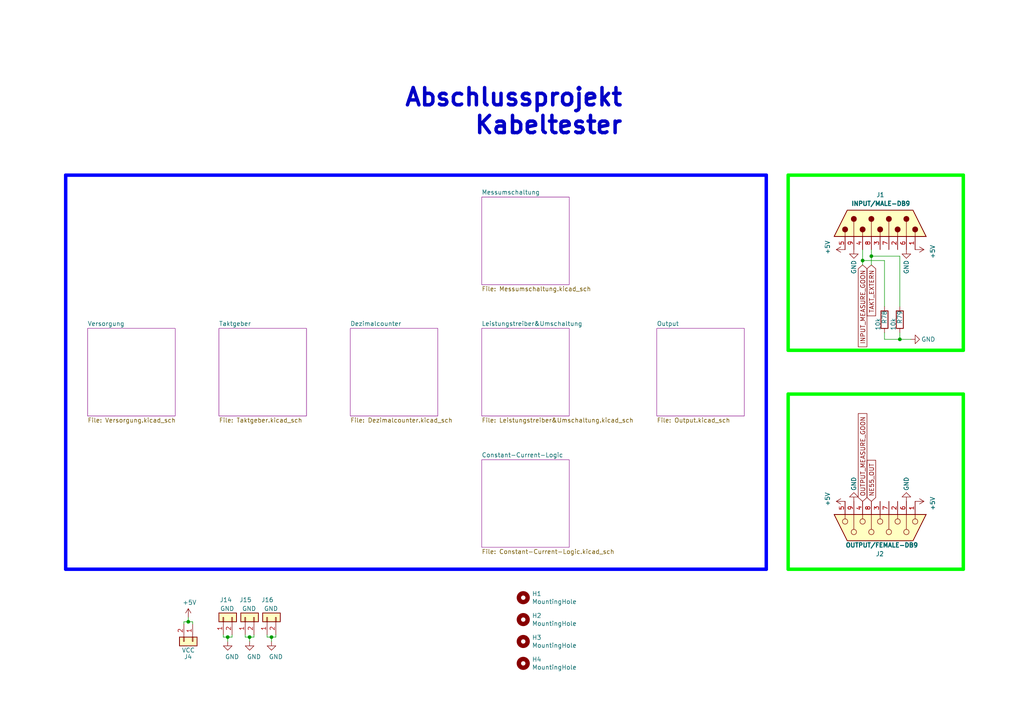
<source format=kicad_sch>
(kicad_sch (version 20210126) (generator eeschema)
  (paper "A4")
  (title_block (title "Kabeltester") (date "2021-04-12") (company "BMK Group") (comment 1 "Erstellt: Maximilian Hoffmann") (comment 2 "Geprüft: Robert Schulz"))
  (lib_symbols
    (symbol "Connector:DB9_Female" (pin_names (offset 1.016) hide)
      (property "Reference" "J" (at 0 13.97 0))
      (property "Value" "DB9_Female" (at 0 -14.605 0))
      (symbol "DB9_Female_0_1"
        (circle (center -1.778 -10.16) (radius 0.762))
        (circle (center -1.778 -5.08) (radius 0.762))
        (circle (center -1.778 0) (radius 0.762))
        (circle (center -1.778 5.08) (radius 0.762))
        (circle (center -1.778 10.16) (radius 0.762))
        (circle (center 1.27 -7.62) (radius 0.762))
        (circle (center 1.27 -2.54) (radius 0.762))
        (circle (center 1.27 2.54) (radius 0.762))
        (circle (center 1.27 7.62) (radius 0.762))
        (polyline (pts (xy -3.81 -10.16) (xy -2.54 -10.16)))
        (polyline (pts (xy -3.81 -7.62) (xy 0.508 -7.62)))
        (polyline (pts (xy -3.81 -5.08) (xy -2.54 -5.08)))
        (polyline (pts (xy -3.81 -2.54) (xy 0.508 -2.54)))
        (polyline (pts (xy -3.81 0) (xy -2.54 0)))
        (polyline (pts (xy -3.81 2.54) (xy 0.508 2.54)))
        (polyline (pts (xy -3.81 5.08) (xy -2.54 5.08)))
        (polyline (pts (xy -3.81 7.62) (xy 0.508 7.62)))
        (polyline (pts (xy -3.81 10.16) (xy -2.54 10.16)))
        (polyline (pts (xy -3.81 13.335) (xy -3.81 -13.335) (xy 3.81 -9.525) (xy 3.81 9.525) (xy -3.81 13.335)) (stroke (width 0.254)) (fill (type background)))
      )
      (symbol "DB9_Female_1_1"
        (pin passive line (at -7.62 10.16 0) (length 3.81) (name "1") (number "1"))
        (pin passive line (at -7.62 5.08 0) (length 3.81) (name "2") (number "2"))
        (pin passive line (at -7.62 0 0) (length 3.81) (name "3") (number "3"))
        (pin passive line (at -7.62 -5.08 0) (length 3.81) (name "4") (number "4"))
        (pin passive line (at -7.62 -10.16 0) (length 3.81) (name "5") (number "5"))
        (pin passive line (at -7.62 7.62 0) (length 3.81) (name "6") (number "6"))
        (pin passive line (at -7.62 2.54 0) (length 3.81) (name "7") (number "7"))
        (pin passive line (at -7.62 -2.54 0) (length 3.81) (name "8") (number "8"))
        (pin passive line (at -7.62 -7.62 0) (length 3.81) (name "9") (number "9"))
      )
    )
    (symbol "Connector:DB9_Male" (pin_names (offset 1.016) hide)
      (property "Reference" "J" (at 0 13.97 0))
      (property "Value" "DB9_Male" (at 0 -14.605 0))
      (symbol "DB9_Male_0_1"
        (circle (center -1.778 -10.16) (radius 0.762) (fill (type outline)))
        (circle (center -1.778 -5.08) (radius 0.762) (fill (type outline)))
        (circle (center -1.778 0) (radius 0.762) (fill (type outline)))
        (circle (center -1.778 5.08) (radius 0.762) (fill (type outline)))
        (circle (center -1.778 10.16) (radius 0.762) (fill (type outline)))
        (circle (center 1.27 -7.62) (radius 0.762) (fill (type outline)))
        (circle (center 1.27 -2.54) (radius 0.762) (fill (type outline)))
        (circle (center 1.27 2.54) (radius 0.762) (fill (type outline)))
        (circle (center 1.27 7.62) (radius 0.762) (fill (type outline)))
        (polyline (pts (xy -3.81 -10.16) (xy -2.54 -10.16)))
        (polyline (pts (xy -3.81 -7.62) (xy 0.508 -7.62)))
        (polyline (pts (xy -3.81 -5.08) (xy -2.54 -5.08)))
        (polyline (pts (xy -3.81 -2.54) (xy 0.508 -2.54)))
        (polyline (pts (xy -3.81 0) (xy -2.54 0)))
        (polyline (pts (xy -3.81 2.54) (xy 0.508 2.54)))
        (polyline (pts (xy -3.81 5.08) (xy -2.54 5.08)))
        (polyline (pts (xy -3.81 7.62) (xy 0.508 7.62)))
        (polyline (pts (xy -3.81 10.16) (xy -2.54 10.16)))
        (polyline (pts (xy -3.81 -13.335) (xy -3.81 13.335) (xy 3.81 9.525) (xy 3.81 -9.525) (xy -3.81 -13.335)) (stroke (width 0.254)) (fill (type background)))
      )
      (symbol "DB9_Male_1_1"
        (pin passive line (at -7.62 -10.16 0) (length 3.81) (name "1") (number "1"))
        (pin passive line (at -7.62 -5.08 0) (length 3.81) (name "2") (number "2"))
        (pin passive line (at -7.62 0 0) (length 3.81) (name "3") (number "3"))
        (pin passive line (at -7.62 5.08 0) (length 3.81) (name "4") (number "4"))
        (pin passive line (at -7.62 10.16 0) (length 3.81) (name "5") (number "5"))
        (pin passive line (at -7.62 -7.62 0) (length 3.81) (name "6") (number "6"))
        (pin passive line (at -7.62 -2.54 0) (length 3.81) (name "7") (number "7"))
        (pin passive line (at -7.62 2.54 0) (length 3.81) (name "8") (number "8"))
        (pin passive line (at -7.62 7.62 0) (length 3.81) (name "9") (number "9"))
      )
    )
    (symbol "Connector_Generic:Conn_01x02" (pin_names (offset 1.016) hide)
      (property "Reference" "J" (at 0 2.54 0))
      (property "Value" "Conn_01x02" (at 0 -5.08 0))
      (symbol "Conn_01x02_1_1"
        (rectangle (start -1.27 -2.413) (end 0 -2.667) (stroke (width 0.1524)))
        (rectangle (start -1.27 0.127) (end 0 -0.127) (stroke (width 0.1524)))
        (rectangle (start -1.27 1.27) (end 1.27 -3.81) (stroke (width 0.254)) (fill (type background)))
        (pin passive line (at -5.08 0 0) (length 3.81) (name "Pin_1") (number "1"))
        (pin passive line (at -5.08 -2.54 0) (length 3.81) (name "Pin_2") (number "2"))
      )
    )
    (symbol "Device:R_1" (pin_numbers hide) (pin_names (offset 0))
      (property "Reference" "R" (at 2.032 0 90))
      (property "Value" "R" (at 0 0 90))
      (symbol "R_1_0_1"
        (rectangle (start -1.016 -2.54) (end 1.016 2.54) (stroke (width 0.254)))
      )
      (symbol "R_1_1_1"
        (pin passive line (at 0 3.81 270) (length 1.27) (name "~") (number "1"))
        (pin passive line (at 0 -3.81 90) (length 1.27) (name "~") (number "2"))
      )
    )
    (symbol "Device:R_8" (pin_numbers hide) (pin_names (offset 0))
      (property "Reference" "R" (at 2.032 0 90))
      (property "Value" "R" (at 0 0 90))
      (symbol "R_8_0_1"
        (rectangle (start -1.016 -2.54) (end 1.016 2.54) (stroke (width 0.254)))
      )
      (symbol "R_8_1_1"
        (pin passive line (at 0 3.81 270) (length 1.27) (name "~") (number "1"))
        (pin passive line (at 0 -3.81 90) (length 1.27) (name "~") (number "2"))
      )
    )
    (symbol "Mechanical:MountingHole" (pin_names (offset 1.016))
      (property "Reference" "H" (at 0 5.08 0))
      (property "Value" "MountingHole" (at 0 3.175 0))
      (symbol "MountingHole_0_1"
        (circle (center 0 0) (radius 1.27) (stroke (width 1.27)))
      )
    )
    (symbol "power:+5V" (power) (pin_names (offset 0))
      (property "Value" "+5V" (at 0 3.556 0))
      (symbol "+5V_0_1"
        (polyline (pts (xy -0.762 1.27) (xy 0 2.54)))
        (polyline (pts (xy 0 0) (xy 0 2.54)))
        (polyline (pts (xy 0 2.54) (xy 0.762 1.27)))
      )
      (symbol "+5V_1_1"
        (pin power_in line (at 0 0 90) (length 0) hide (name "+5V") (number "1"))
      )
    )
    (symbol "power:GND" (power) (pin_names (offset 0))
      (property "Value" "GND" (at 0 -3.81 0))
      (symbol "GND_0_1"
        (polyline (pts (xy 0 0) (xy 0 -1.27) (xy 1.27 -1.27) (xy 0 -2.54) (xy -1.27 -1.27) (xy 0 -1.27)))
      )
      (symbol "GND_1_1"
        (pin power_in line (at 0 0 270) (length 0) hide (name "GND") (number "1"))
      )
    )
  )
  (junction (at 54.61 180.34) (diameter 0.9144))
  (junction (at 66.04 184.785) (diameter 0.9144))
  (junction (at 72.39 184.785) (diameter 0.9144))
  (junction (at 78.74 184.785) (diameter 0.9144))
  (junction (at 250.19 75.565) (diameter 0.9144))
  (junction (at 252.73 74.295) (diameter 0.9144))
  (junction (at 260.985 98.425) (diameter 0.9144))
  (wire (pts (xy 53.34 180.34) (xy 54.61 180.34)))
  (wire (pts (xy 53.34 180.975) (xy 53.34 180.34)))
  (wire (pts (xy 54.61 179.07) (xy 54.61 180.34)))
  (wire (pts (xy 54.61 180.34) (xy 55.88 180.34)))
  (wire (pts (xy 55.88 180.975) (xy 55.88 180.34)))
  (wire (pts (xy 64.77 184.15) (xy 64.77 184.785)))
  (wire (pts (xy 64.77 184.785) (xy 66.04 184.785)))
  (wire (pts (xy 66.04 184.785) (xy 66.04 186.055)))
  (wire (pts (xy 66.04 184.785) (xy 67.31 184.785)))
  (wire (pts (xy 67.31 184.785) (xy 67.31 184.15)))
  (wire (pts (xy 71.12 184.15) (xy 71.12 184.785)))
  (wire (pts (xy 71.12 184.785) (xy 72.39 184.785)))
  (wire (pts (xy 72.39 184.785) (xy 72.39 186.055)))
  (wire (pts (xy 72.39 184.785) (xy 73.66 184.785)))
  (wire (pts (xy 73.66 184.15) (xy 73.66 184.785)))
  (wire (pts (xy 77.47 184.15) (xy 77.47 184.785)))
  (wire (pts (xy 77.47 184.785) (xy 78.74 184.785)))
  (wire (pts (xy 78.74 184.785) (xy 78.74 186.055)))
  (wire (pts (xy 78.74 184.785) (xy 80.01 184.785)))
  (wire (pts (xy 80.01 184.15) (xy 80.01 184.785)))
  (wire (pts (xy 250.19 72.39) (xy 250.19 75.565)))
  (wire (pts (xy 250.19 75.565) (xy 250.19 76.835)))
  (wire (pts (xy 252.73 72.39) (xy 252.73 74.295)))
  (wire (pts (xy 252.73 74.295) (xy 252.73 76.835)))
  (wire (pts (xy 256.54 75.565) (xy 250.19 75.565)))
  (wire (pts (xy 256.54 88.9) (xy 256.54 75.565)))
  (wire (pts (xy 256.54 96.52) (xy 256.54 98.425)))
  (wire (pts (xy 256.54 98.425) (xy 260.985 98.425)))
  (wire (pts (xy 260.985 74.295) (xy 252.73 74.295)))
  (wire (pts (xy 260.985 88.9) (xy 260.985 74.295)))
  (wire (pts (xy 260.985 96.52) (xy 260.985 98.425)))
  (wire (pts (xy 260.985 98.425) (xy 264.16 98.425)))
  (polyline (pts (xy 19.05 50.8) (xy 19.05 165.1)) (stroke (width 1) (type solid) (color 0 0 255 1)))
  (polyline (pts (xy 19.05 50.8) (xy 222.25 50.8)) (stroke (width 1) (type solid) (color 0 0 255 1)))
  (polyline (pts (xy 222.25 50.8) (xy 222.25 165.1)) (stroke (width 1) (type solid) (color 0 0 255 1)))
  (polyline (pts (xy 222.25 165.1) (xy 19.05 165.1)) (stroke (width 1) (type solid) (color 0 0 255 1)))
  (polyline (pts (xy 228.6 50.8) (xy 228.6 101.6)) (stroke (width 1) (type solid) (color 0 255 0 1)))
  (polyline (pts (xy 228.6 50.8) (xy 279.4 50.8)) (stroke (width 1) (type solid) (color 0 255 0 1)))
  (polyline (pts (xy 228.6 114.3) (xy 228.6 165.1)) (stroke (width 1) (type solid) (color 0 255 0 1)))
  (polyline (pts (xy 228.6 114.3) (xy 279.4 114.3)) (stroke (width 1) (type solid) (color 0 255 0 1)))
  (polyline (pts (xy 279.4 50.8) (xy 279.4 101.6)) (stroke (width 1) (type solid) (color 0 255 0 1)))
  (polyline (pts (xy 279.4 101.6) (xy 228.6 101.6)) (stroke (width 1) (type solid) (color 0 255 0 1)))
  (polyline (pts (xy 279.4 114.3) (xy 279.4 165.1)) (stroke (width 1) (type solid) (color 0 255 0 1)))
  (polyline (pts (xy 279.4 165.1) (xy 228.6 165.1)) (stroke (width 1) (type solid) (color 0 255 0 1)))
  (text "Abschlussprojekt\n    Kabeltester" (at 180.975 39.37 180) (effects (font (size 5 5) (thickness 1) bold) (justify right bottom)))
  (global_label "INPUT_MEASURE_GOON" (shape input) (at 250.19 76.835 270) (property "Intersheet References" "${INTERSHEET_REFS}" (effects hide)))
  (global_label "OUTPUT_MEASURE_GOON" (shape input) (at 250.19 145.415 90) (property "Intersheet References" "${INTERSHEET_REFS}" (effects hide)))
  (global_label "TAKT_EXTERN" (shape input) (at 252.73 76.835 270) (property "Intersheet References" "${INTERSHEET_REFS}" (effects hide)))
  (global_label "NE55_OUT" (shape input) (at 252.73 145.415 90) (property "Intersheet References" "${INTERSHEET_REFS}" (effects hide)))
  (symbol (lib_id "power:+5V") (at 54.61 179.07 0) (unit 1)
    (property "Reference" "#PWR0102" (effects hide))
    (property "Value" "+5V" (at 54.9783 174.7456 0))
  )
  (symbol (lib_id "power:+5V") (at 245.11 72.39 90) (unit 1)
    (property "Reference" "#PWR015" (effects hide))
    (property "Value" "+5V" (at 240.03 71.755 0))
  )
  (symbol (lib_id "power:+5V") (at 245.11 145.415 90) (unit 1)
    (property "Reference" "#PWR016" (effects hide))
    (property "Value" "+5V" (at 240.03 144.78 0))
  )
  (symbol (lib_id "power:+5V") (at 265.43 72.39 270) (unit 1)
    (property "Reference" "#PWR021" (effects hide))
    (property "Value" "+5V" (at 270.51 73.025 0))
  )
  (symbol (lib_id "power:+5V") (at 265.43 145.415 270) (unit 1)
    (property "Reference" "#PWR022" (effects hide))
    (property "Value" "+5V" (at 270.51 146.05 0))
  )
  (symbol (lib_id "power:GND") (at 66.04 186.055 0) (unit 1)
    (property "Reference" "#PWR0101" (effects hide))
    (property "Value" "GND" (at 67.31 190.5 0))
  )
  (symbol (lib_id "power:GND") (at 72.39 186.055 0) (unit 1)
    (property "Reference" "#PWR0103" (effects hide))
    (property "Value" "GND" (at 73.66 190.5 0))
  )
  (symbol (lib_id "power:GND") (at 78.74 186.055 0) (unit 1)
    (property "Reference" "#PWR0104" (effects hide))
    (property "Value" "GND" (at 80.01 190.5 0))
  )
  (symbol (lib_id "power:GND") (at 247.65 72.39 0) (unit 1)
    (property "Reference" "#PWR017" (effects hide))
    (property "Value" "GND" (at 247.65 77.47 90))
  )
  (symbol (lib_id "power:GND") (at 247.65 145.415 180) (unit 1)
    (property "Reference" "#PWR018" (effects hide))
    (property "Value" "GND" (at 247.65 140.335 90))
  )
  (symbol (lib_id "power:GND") (at 262.89 72.39 0) (unit 1)
    (property "Reference" "#PWR019" (effects hide))
    (property "Value" "GND" (at 262.89 77.47 90))
  )
  (symbol (lib_id "power:GND") (at 262.89 145.415 180) (unit 1)
    (property "Reference" "#PWR020" (effects hide))
    (property "Value" "GND" (at 262.89 140.335 90))
  )
  (symbol (lib_id "power:GND") (at 264.16 98.425 90) (unit 1)
    (property "Reference" "#PWR07" (effects hide))
    (property "Value" "GND" (at 269.24 98.425 90))
  )
  (symbol (lib_id "Mechanical:MountingHole") (at 151.765 173.355 0) (unit 1)
    (property "Reference" "H1" (at 154.3051 172.2056 0) (effects (justify left)))
    (property "Value" "MountingHole" (at 154.3051 174.5043 0) (effects (justify left)))
    (property "Footprint" "MountingHole:MountingHole_3.2mm_M3_Pad_Via" (effects hide))
    (property "BMK-Nr" "-" (effects hide))
  )
  (symbol (lib_id "Mechanical:MountingHole") (at 151.765 179.705 0) (unit 1)
    (property "Reference" "H2" (at 154.3051 178.5556 0) (effects (justify left)))
    (property "Value" "MountingHole" (at 154.3051 180.8543 0) (effects (justify left)))
    (property "Footprint" "MountingHole:MountingHole_3.2mm_M3_Pad_Via" (effects hide))
    (property "BMK-Nr" "-" (effects hide))
  )
  (symbol (lib_id "Mechanical:MountingHole") (at 151.765 186.055 0) (unit 1)
    (property "Reference" "H3" (at 154.3051 184.9056 0) (effects (justify left)))
    (property "Value" "MountingHole" (at 154.3051 187.2043 0) (effects (justify left)))
    (property "Footprint" "MountingHole:MountingHole_3.2mm_M3_Pad_Via" (effects hide))
    (property "BMK-Nr" "-" (effects hide))
  )
  (symbol (lib_id "Mechanical:MountingHole") (at 151.765 192.405 0) (unit 1)
    (property "Reference" "H4" (at 154.3051 191.2556 0) (effects (justify left)))
    (property "Value" "MountingHole" (at 154.3051 193.5543 0) (effects (justify left)))
    (property "Footprint" "MountingHole:MountingHole_3.2mm_M3_Pad_Via" (effects hide))
    (property "BMK-Nr" "-" (effects hide))
  )
  (symbol (lib_name "Device:R_1") (lib_id "Device:R") (at 256.54 92.71 0) (unit 1)
    (property "Reference" "R78" (at 256.54 93.98 90) (effects (justify left)))
    (property "Value" "10k" (at 254.635 95.885 90) (effects (justify left)))
    (property "Footprint" "Resistor_SMD:R_0603_1608Metric_Pad0.98x0.95mm_HandSolder" (effects hide))
    (property "BMK-Nr" "BS" (effects hide))
    (property "Mouser" "-" (effects hide))
  )
  (symbol (lib_name "Device:R_8") (lib_id "Device:R") (at 260.985 92.71 0) (unit 1)
    (property "Reference" "R79" (at 260.985 93.98 90) (effects (justify left)))
    (property "Value" "10k" (at 259.08 95.885 90) (effects (justify left)))
    (property "Footprint" "Resistor_SMD:R_0603_1608Metric_Pad0.98x0.95mm_HandSolder" (effects hide))
    (property "BMK-Nr" "BS" (effects hide))
    (property "Mouser" "-" (effects hide))
  )
  (symbol (lib_id "Connector_Generic:Conn_01x02") (at 55.88 186.055 270) (unit 1)
    (property "Reference" "J4" (at 53.34 190.5 90) (effects (justify left)))
    (property "Value" "VCC" (at 52.705 188.595 90) (effects (justify left)))
    (property "Footprint" "Connector_PinHeader_2.54mm:PinHeader_1x02_P2.54mm_Vertical" (effects hide))
  )
  (symbol (lib_id "Connector_Generic:Conn_01x02") (at 64.77 179.07 90) (unit 1)
    (property "Reference" "J14" (at 67.31 173.99 90) (effects (justify left)))
    (property "Value" "GND" (at 67.945 176.53 90) (effects (justify left)))
    (property "Footprint" "Connector_PinHeader_2.54mm:PinHeader_1x02_P2.54mm_Vertical" (effects hide))
  )
  (symbol (lib_id "Connector_Generic:Conn_01x02") (at 71.12 179.07 90) (unit 1)
    (property "Reference" "J15" (at 73.025 173.99 90) (effects (justify left)))
    (property "Value" "GND" (at 74.295 176.53 90) (effects (justify left)))
    (property "Footprint" "Connector_PinHeader_2.54mm:PinHeader_1x02_P2.54mm_Vertical" (effects hide))
  )
  (symbol (lib_id "Connector_Generic:Conn_01x02") (at 77.47 179.07 90) (unit 1)
    (property "Reference" "J16" (at 79.375 173.99 90) (effects (justify left)))
    (property "Value" "GND" (at 80.645 176.53 90) (effects (justify left)))
    (property "Footprint" "Connector_PinHeader_2.54mm:PinHeader_1x02_P2.54mm_Vertical" (effects hide))
  )
  (symbol (lib_id "Connector:DB9_Male") (at 255.27 64.77 90) (unit 1)
    (property "Reference" "J1" (at 256.54 56.515 90) (effects (justify left)))
    (property "Value" "INPUT/MALE-DB9" (at 264.16 59.055 90) (effects (font bold) (justify left)))
    (property "Footprint" "Connector_Dsub:DSUB-9_Male_Horizontal_P2.77x2.84mm_EdgePinOffset4.94mm_Housed_MountingHolesOffset7.48mm" (effects hide))
    (property "Datasheet" " ~" (effects hide))
    (property "BMK-Nr" "03-0250" (effects hide))
    (property "Mouser" "-" (effects hide))
  )
  (symbol (lib_id "Connector:DB9_Female") (at 255.27 153.035 270) (unit 1)
    (property "Reference" "J2" (at 254 160.655 90) (effects (justify left)))
    (property "Value" "OUTPUT/FEMALE-DB9" (at 245.11 158.115 90) (effects (font bold) (justify left)))
    (property "Footprint" "Connector_Dsub:DSUB-9_Female_Horizontal_P2.77x2.84mm_EdgePinOffset4.94mm_Housed_MountingHolesOffset7.48mm" (effects hide))
    (property "Datasheet" " ~" (effects hide))
    (property "BMK-Nr" "03-1123" (effects hide))
    (property "Mouser" "-" (effects hide))
  )
  (sheet (at 139.7 133.35) (size 25.4 25.4) (stroke (width 0.001) (color 132 0 132 1)) (fill (color 255 255 255 0.0000))
    (property "Schaltplanname" "Constant-Current-Logic" (at 139.7 132.7141 0) (effects (justify left bottom)))
    (property "Dateiname Blatt" "Constant-Current-Logic.kicad_sch" (at 139.7 159.2589 0) (effects (justify left top)))
  )
  (sheet (at 101.6 95.25) (size 25.4 25.4) (stroke (width 0.001) (color 132 0 132 1)) (fill (color 255 255 255 0.0000))
    (property "Schaltplanname" "Dezimalcounter" (at 101.6 94.6141 0) (effects (justify left bottom)))
    (property "Dateiname Blatt" "Dezimalcounter.kicad_sch" (at 101.6 121.1589 0) (effects (justify left top)))
  )
  (sheet (at 139.7 95.25) (size 25.4 25.4) (stroke (width 0.001) (color 132 0 132 1)) (fill (color 255 255 255 0.0000))
    (property "Schaltplanname" "Leistungstreiber&Umschaltung" (at 139.7 94.6141 0) (effects (justify left bottom)))
    (property "Dateiname Blatt" "Leistungstreiber&Umschaltung.kicad_sch" (at 139.7 121.1589 0) (effects (justify left top)))
  )
  (sheet (at 139.7 57.15) (size 25.4 25.4) (stroke (width 0.001) (color 132 0 132 1)) (fill (color 255 255 255 0.0000))
    (property "Schaltplanname" "Messumschaltung" (at 139.7 56.5141 0) (effects (justify left bottom)))
    (property "Dateiname Blatt" "Messumschaltung.kicad_sch" (at 139.7 83.0589 0) (effects (justify left top)))
  )
  (sheet (at 190.5 95.25) (size 25.4 25.4) (stroke (width 0.001) (color 132 0 132 1)) (fill (color 255 255 255 0.0000))
    (property "Schaltplanname" "Output" (at 190.5 94.6141 0) (effects (justify left bottom)))
    (property "Dateiname Blatt" "Output.kicad_sch" (at 190.5 121.1589 0) (effects (justify left top)))
  )
  (sheet (at 63.5 95.25) (size 25.4 25.4) (stroke (width 0.001) (color 132 0 132 1)) (fill (color 255 255 255 0.0000))
    (property "Schaltplanname" "Taktgeber" (at 63.5 94.6141 0) (effects (justify left bottom)))
    (property "Dateiname Blatt" "Taktgeber.kicad_sch" (at 63.5 121.1589 0) (effects (justify left top)))
  )
  (sheet (at 25.4 95.25) (size 25.4 25.4) (stroke (width 0.001) (color 132 0 132 1)) (fill (color 255 255 255 0.0000))
    (property "Schaltplanname" "Versorgung" (at 25.4 94.6141 0) (effects (justify left bottom)))
    (property "Dateiname Blatt" "Versorgung.kicad_sch" (at 25.4 121.1589 0) (effects (justify left top)))
  )
)
</source>
